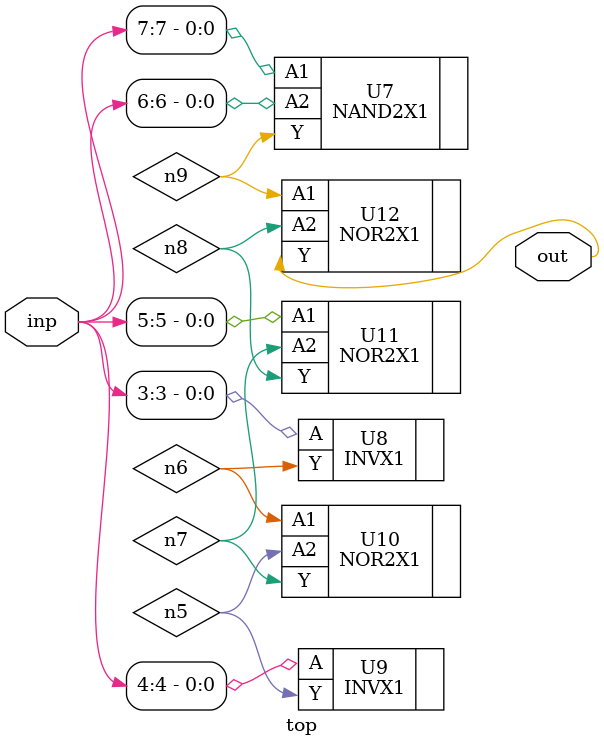
<source format=sv>


module top ( inp, out );
  input [7:0] inp;
  output out;
  wire   n5, n6, n7, n8, n9;

  NAND2X1 U7 ( .A1(inp[7]), .A2(inp[6]), .Y(n9) );
  INVX1 U8 ( .A(inp[3]), .Y(n6) );
  INVX1 U9 ( .A(inp[4]), .Y(n5) );
  NOR2X1 U10 ( .A1(n6), .A2(n5), .Y(n7) );
  NOR2X1 U11 ( .A1(inp[5]), .A2(n7), .Y(n8) );
  NOR2X1 U12 ( .A1(n9), .A2(n8), .Y(out) );
endmodule


</source>
